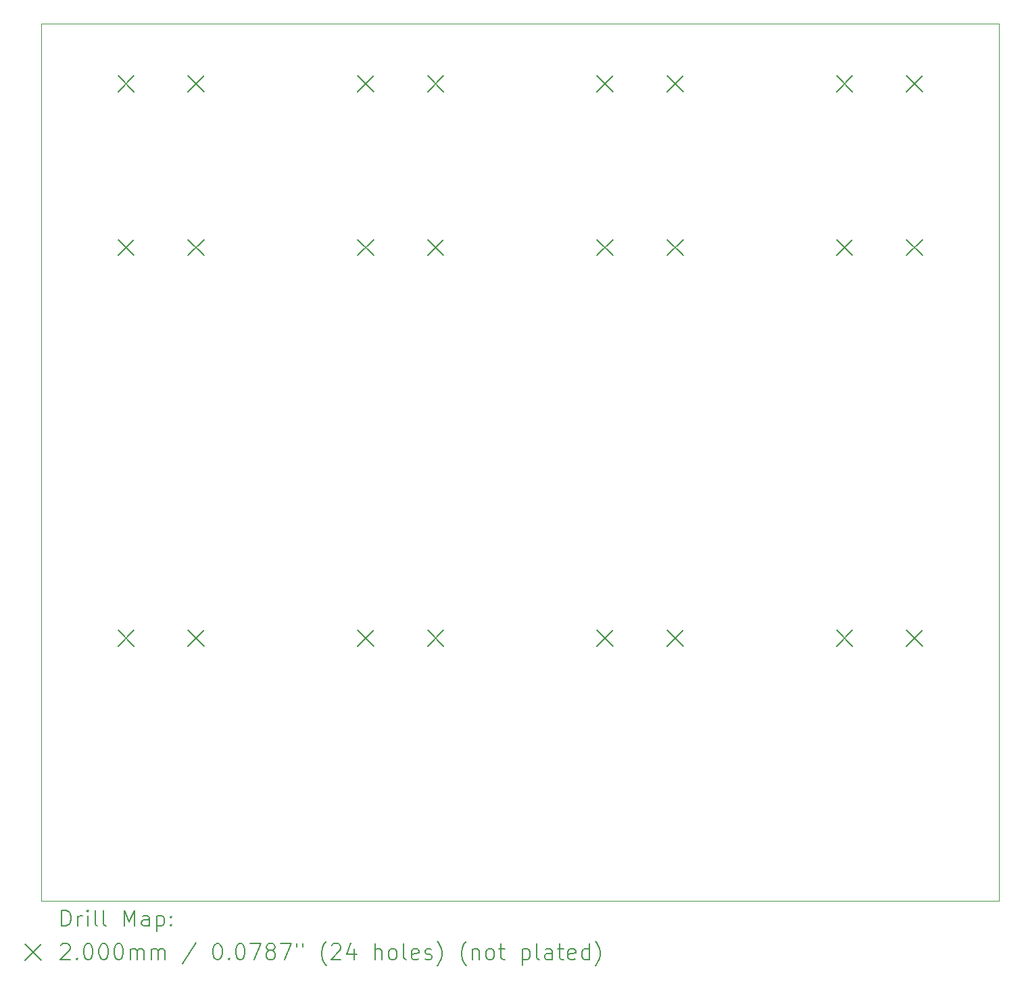
<source format=gbr>
%FSLAX45Y45*%
G04 Gerber Fmt 4.5, Leading zero omitted, Abs format (unit mm)*
G04 Created by KiCad (PCBNEW (6.0.1)) date 2022-02-10 17:18:12*
%MOMM*%
%LPD*%
G01*
G04 APERTURE LIST*
%TA.AperFunction,Profile*%
%ADD10C,0.050000*%
%TD*%
%ADD11C,0.200000*%
G04 APERTURE END LIST*
D10*
X7350000Y-3100000D02*
X19350000Y-3100000D01*
X19350000Y-3100000D02*
X19350000Y-14100000D01*
X7350000Y-3100000D02*
X7350000Y-14100000D01*
X7350000Y-14100000D02*
X19350000Y-14100000D01*
D11*
X8310000Y-3755000D02*
X8510000Y-3955000D01*
X8510000Y-3755000D02*
X8310000Y-3955000D01*
X8310000Y-5805000D02*
X8510000Y-6005000D01*
X8510000Y-5805000D02*
X8310000Y-6005000D01*
X8310000Y-10705000D02*
X8510000Y-10905000D01*
X8510000Y-10705000D02*
X8310000Y-10905000D01*
X9190000Y-3755000D02*
X9390000Y-3955000D01*
X9390000Y-3755000D02*
X9190000Y-3955000D01*
X9190000Y-5805000D02*
X9390000Y-6005000D01*
X9390000Y-5805000D02*
X9190000Y-6005000D01*
X9190000Y-10705000D02*
X9390000Y-10905000D01*
X9390000Y-10705000D02*
X9190000Y-10905000D01*
X11310000Y-3755000D02*
X11510000Y-3955000D01*
X11510000Y-3755000D02*
X11310000Y-3955000D01*
X11310000Y-5805000D02*
X11510000Y-6005000D01*
X11510000Y-5805000D02*
X11310000Y-6005000D01*
X11310000Y-10705000D02*
X11510000Y-10905000D01*
X11510000Y-10705000D02*
X11310000Y-10905000D01*
X12190000Y-3755000D02*
X12390000Y-3955000D01*
X12390000Y-3755000D02*
X12190000Y-3955000D01*
X12190000Y-5805000D02*
X12390000Y-6005000D01*
X12390000Y-5805000D02*
X12190000Y-6005000D01*
X12190000Y-10705000D02*
X12390000Y-10905000D01*
X12390000Y-10705000D02*
X12190000Y-10905000D01*
X14310000Y-3755000D02*
X14510000Y-3955000D01*
X14510000Y-3755000D02*
X14310000Y-3955000D01*
X14310000Y-5805000D02*
X14510000Y-6005000D01*
X14510000Y-5805000D02*
X14310000Y-6005000D01*
X14310000Y-10705000D02*
X14510000Y-10905000D01*
X14510000Y-10705000D02*
X14310000Y-10905000D01*
X15190000Y-3755000D02*
X15390000Y-3955000D01*
X15390000Y-3755000D02*
X15190000Y-3955000D01*
X15190000Y-5805000D02*
X15390000Y-6005000D01*
X15390000Y-5805000D02*
X15190000Y-6005000D01*
X15190000Y-10705000D02*
X15390000Y-10905000D01*
X15390000Y-10705000D02*
X15190000Y-10905000D01*
X17310000Y-3755000D02*
X17510000Y-3955000D01*
X17510000Y-3755000D02*
X17310000Y-3955000D01*
X17310000Y-5805000D02*
X17510000Y-6005000D01*
X17510000Y-5805000D02*
X17310000Y-6005000D01*
X17310000Y-10705000D02*
X17510000Y-10905000D01*
X17510000Y-10705000D02*
X17310000Y-10905000D01*
X18190000Y-3755000D02*
X18390000Y-3955000D01*
X18390000Y-3755000D02*
X18190000Y-3955000D01*
X18190000Y-5805000D02*
X18390000Y-6005000D01*
X18390000Y-5805000D02*
X18190000Y-6005000D01*
X18190000Y-10705000D02*
X18390000Y-10905000D01*
X18390000Y-10705000D02*
X18190000Y-10905000D01*
X7605119Y-14412976D02*
X7605119Y-14212976D01*
X7652738Y-14212976D01*
X7681309Y-14222500D01*
X7700357Y-14241548D01*
X7709881Y-14260595D01*
X7719405Y-14298690D01*
X7719405Y-14327262D01*
X7709881Y-14365357D01*
X7700357Y-14384405D01*
X7681309Y-14403452D01*
X7652738Y-14412976D01*
X7605119Y-14412976D01*
X7805119Y-14412976D02*
X7805119Y-14279643D01*
X7805119Y-14317738D02*
X7814643Y-14298690D01*
X7824167Y-14289167D01*
X7843214Y-14279643D01*
X7862262Y-14279643D01*
X7928928Y-14412976D02*
X7928928Y-14279643D01*
X7928928Y-14212976D02*
X7919405Y-14222500D01*
X7928928Y-14232024D01*
X7938452Y-14222500D01*
X7928928Y-14212976D01*
X7928928Y-14232024D01*
X8052738Y-14412976D02*
X8033690Y-14403452D01*
X8024167Y-14384405D01*
X8024167Y-14212976D01*
X8157500Y-14412976D02*
X8138452Y-14403452D01*
X8128928Y-14384405D01*
X8128928Y-14212976D01*
X8386071Y-14412976D02*
X8386071Y-14212976D01*
X8452738Y-14355833D01*
X8519405Y-14212976D01*
X8519405Y-14412976D01*
X8700357Y-14412976D02*
X8700357Y-14308214D01*
X8690833Y-14289167D01*
X8671786Y-14279643D01*
X8633690Y-14279643D01*
X8614643Y-14289167D01*
X8700357Y-14403452D02*
X8681310Y-14412976D01*
X8633690Y-14412976D01*
X8614643Y-14403452D01*
X8605119Y-14384405D01*
X8605119Y-14365357D01*
X8614643Y-14346309D01*
X8633690Y-14336786D01*
X8681310Y-14336786D01*
X8700357Y-14327262D01*
X8795595Y-14279643D02*
X8795595Y-14479643D01*
X8795595Y-14289167D02*
X8814643Y-14279643D01*
X8852738Y-14279643D01*
X8871786Y-14289167D01*
X8881310Y-14298690D01*
X8890833Y-14317738D01*
X8890833Y-14374881D01*
X8881310Y-14393928D01*
X8871786Y-14403452D01*
X8852738Y-14412976D01*
X8814643Y-14412976D01*
X8795595Y-14403452D01*
X8976548Y-14393928D02*
X8986071Y-14403452D01*
X8976548Y-14412976D01*
X8967024Y-14403452D01*
X8976548Y-14393928D01*
X8976548Y-14412976D01*
X8976548Y-14289167D02*
X8986071Y-14298690D01*
X8976548Y-14308214D01*
X8967024Y-14298690D01*
X8976548Y-14289167D01*
X8976548Y-14308214D01*
X7147500Y-14642500D02*
X7347500Y-14842500D01*
X7347500Y-14642500D02*
X7147500Y-14842500D01*
X7595595Y-14652024D02*
X7605119Y-14642500D01*
X7624167Y-14632976D01*
X7671786Y-14632976D01*
X7690833Y-14642500D01*
X7700357Y-14652024D01*
X7709881Y-14671071D01*
X7709881Y-14690119D01*
X7700357Y-14718690D01*
X7586071Y-14832976D01*
X7709881Y-14832976D01*
X7795595Y-14813928D02*
X7805119Y-14823452D01*
X7795595Y-14832976D01*
X7786071Y-14823452D01*
X7795595Y-14813928D01*
X7795595Y-14832976D01*
X7928928Y-14632976D02*
X7947976Y-14632976D01*
X7967024Y-14642500D01*
X7976548Y-14652024D01*
X7986071Y-14671071D01*
X7995595Y-14709167D01*
X7995595Y-14756786D01*
X7986071Y-14794881D01*
X7976548Y-14813928D01*
X7967024Y-14823452D01*
X7947976Y-14832976D01*
X7928928Y-14832976D01*
X7909881Y-14823452D01*
X7900357Y-14813928D01*
X7890833Y-14794881D01*
X7881309Y-14756786D01*
X7881309Y-14709167D01*
X7890833Y-14671071D01*
X7900357Y-14652024D01*
X7909881Y-14642500D01*
X7928928Y-14632976D01*
X8119405Y-14632976D02*
X8138452Y-14632976D01*
X8157500Y-14642500D01*
X8167024Y-14652024D01*
X8176548Y-14671071D01*
X8186071Y-14709167D01*
X8186071Y-14756786D01*
X8176548Y-14794881D01*
X8167024Y-14813928D01*
X8157500Y-14823452D01*
X8138452Y-14832976D01*
X8119405Y-14832976D01*
X8100357Y-14823452D01*
X8090833Y-14813928D01*
X8081309Y-14794881D01*
X8071786Y-14756786D01*
X8071786Y-14709167D01*
X8081309Y-14671071D01*
X8090833Y-14652024D01*
X8100357Y-14642500D01*
X8119405Y-14632976D01*
X8309881Y-14632976D02*
X8328928Y-14632976D01*
X8347976Y-14642500D01*
X8357500Y-14652024D01*
X8367024Y-14671071D01*
X8376548Y-14709167D01*
X8376548Y-14756786D01*
X8367024Y-14794881D01*
X8357500Y-14813928D01*
X8347976Y-14823452D01*
X8328928Y-14832976D01*
X8309881Y-14832976D01*
X8290833Y-14823452D01*
X8281309Y-14813928D01*
X8271786Y-14794881D01*
X8262262Y-14756786D01*
X8262262Y-14709167D01*
X8271786Y-14671071D01*
X8281309Y-14652024D01*
X8290833Y-14642500D01*
X8309881Y-14632976D01*
X8462262Y-14832976D02*
X8462262Y-14699643D01*
X8462262Y-14718690D02*
X8471786Y-14709167D01*
X8490833Y-14699643D01*
X8519405Y-14699643D01*
X8538452Y-14709167D01*
X8547976Y-14728214D01*
X8547976Y-14832976D01*
X8547976Y-14728214D02*
X8557500Y-14709167D01*
X8576548Y-14699643D01*
X8605119Y-14699643D01*
X8624167Y-14709167D01*
X8633690Y-14728214D01*
X8633690Y-14832976D01*
X8728929Y-14832976D02*
X8728929Y-14699643D01*
X8728929Y-14718690D02*
X8738452Y-14709167D01*
X8757500Y-14699643D01*
X8786071Y-14699643D01*
X8805119Y-14709167D01*
X8814643Y-14728214D01*
X8814643Y-14832976D01*
X8814643Y-14728214D02*
X8824167Y-14709167D01*
X8843214Y-14699643D01*
X8871786Y-14699643D01*
X8890833Y-14709167D01*
X8900357Y-14728214D01*
X8900357Y-14832976D01*
X9290833Y-14623452D02*
X9119405Y-14880595D01*
X9547976Y-14632976D02*
X9567024Y-14632976D01*
X9586071Y-14642500D01*
X9595595Y-14652024D01*
X9605119Y-14671071D01*
X9614643Y-14709167D01*
X9614643Y-14756786D01*
X9605119Y-14794881D01*
X9595595Y-14813928D01*
X9586071Y-14823452D01*
X9567024Y-14832976D01*
X9547976Y-14832976D01*
X9528929Y-14823452D01*
X9519405Y-14813928D01*
X9509881Y-14794881D01*
X9500357Y-14756786D01*
X9500357Y-14709167D01*
X9509881Y-14671071D01*
X9519405Y-14652024D01*
X9528929Y-14642500D01*
X9547976Y-14632976D01*
X9700357Y-14813928D02*
X9709881Y-14823452D01*
X9700357Y-14832976D01*
X9690833Y-14823452D01*
X9700357Y-14813928D01*
X9700357Y-14832976D01*
X9833690Y-14632976D02*
X9852738Y-14632976D01*
X9871786Y-14642500D01*
X9881310Y-14652024D01*
X9890833Y-14671071D01*
X9900357Y-14709167D01*
X9900357Y-14756786D01*
X9890833Y-14794881D01*
X9881310Y-14813928D01*
X9871786Y-14823452D01*
X9852738Y-14832976D01*
X9833690Y-14832976D01*
X9814643Y-14823452D01*
X9805119Y-14813928D01*
X9795595Y-14794881D01*
X9786071Y-14756786D01*
X9786071Y-14709167D01*
X9795595Y-14671071D01*
X9805119Y-14652024D01*
X9814643Y-14642500D01*
X9833690Y-14632976D01*
X9967024Y-14632976D02*
X10100357Y-14632976D01*
X10014643Y-14832976D01*
X10205119Y-14718690D02*
X10186071Y-14709167D01*
X10176548Y-14699643D01*
X10167024Y-14680595D01*
X10167024Y-14671071D01*
X10176548Y-14652024D01*
X10186071Y-14642500D01*
X10205119Y-14632976D01*
X10243214Y-14632976D01*
X10262262Y-14642500D01*
X10271786Y-14652024D01*
X10281310Y-14671071D01*
X10281310Y-14680595D01*
X10271786Y-14699643D01*
X10262262Y-14709167D01*
X10243214Y-14718690D01*
X10205119Y-14718690D01*
X10186071Y-14728214D01*
X10176548Y-14737738D01*
X10167024Y-14756786D01*
X10167024Y-14794881D01*
X10176548Y-14813928D01*
X10186071Y-14823452D01*
X10205119Y-14832976D01*
X10243214Y-14832976D01*
X10262262Y-14823452D01*
X10271786Y-14813928D01*
X10281310Y-14794881D01*
X10281310Y-14756786D01*
X10271786Y-14737738D01*
X10262262Y-14728214D01*
X10243214Y-14718690D01*
X10347976Y-14632976D02*
X10481310Y-14632976D01*
X10395595Y-14832976D01*
X10547976Y-14632976D02*
X10547976Y-14671071D01*
X10624167Y-14632976D02*
X10624167Y-14671071D01*
X10919405Y-14909167D02*
X10909881Y-14899643D01*
X10890833Y-14871071D01*
X10881310Y-14852024D01*
X10871786Y-14823452D01*
X10862262Y-14775833D01*
X10862262Y-14737738D01*
X10871786Y-14690119D01*
X10881310Y-14661548D01*
X10890833Y-14642500D01*
X10909881Y-14613928D01*
X10919405Y-14604405D01*
X10986071Y-14652024D02*
X10995595Y-14642500D01*
X11014643Y-14632976D01*
X11062262Y-14632976D01*
X11081310Y-14642500D01*
X11090833Y-14652024D01*
X11100357Y-14671071D01*
X11100357Y-14690119D01*
X11090833Y-14718690D01*
X10976548Y-14832976D01*
X11100357Y-14832976D01*
X11271786Y-14699643D02*
X11271786Y-14832976D01*
X11224167Y-14623452D02*
X11176548Y-14766309D01*
X11300357Y-14766309D01*
X11528928Y-14832976D02*
X11528928Y-14632976D01*
X11614643Y-14832976D02*
X11614643Y-14728214D01*
X11605119Y-14709167D01*
X11586071Y-14699643D01*
X11557500Y-14699643D01*
X11538452Y-14709167D01*
X11528928Y-14718690D01*
X11738452Y-14832976D02*
X11719405Y-14823452D01*
X11709881Y-14813928D01*
X11700357Y-14794881D01*
X11700357Y-14737738D01*
X11709881Y-14718690D01*
X11719405Y-14709167D01*
X11738452Y-14699643D01*
X11767024Y-14699643D01*
X11786071Y-14709167D01*
X11795595Y-14718690D01*
X11805119Y-14737738D01*
X11805119Y-14794881D01*
X11795595Y-14813928D01*
X11786071Y-14823452D01*
X11767024Y-14832976D01*
X11738452Y-14832976D01*
X11919405Y-14832976D02*
X11900357Y-14823452D01*
X11890833Y-14804405D01*
X11890833Y-14632976D01*
X12071786Y-14823452D02*
X12052738Y-14832976D01*
X12014643Y-14832976D01*
X11995595Y-14823452D01*
X11986071Y-14804405D01*
X11986071Y-14728214D01*
X11995595Y-14709167D01*
X12014643Y-14699643D01*
X12052738Y-14699643D01*
X12071786Y-14709167D01*
X12081309Y-14728214D01*
X12081309Y-14747262D01*
X11986071Y-14766309D01*
X12157500Y-14823452D02*
X12176548Y-14832976D01*
X12214643Y-14832976D01*
X12233690Y-14823452D01*
X12243214Y-14804405D01*
X12243214Y-14794881D01*
X12233690Y-14775833D01*
X12214643Y-14766309D01*
X12186071Y-14766309D01*
X12167024Y-14756786D01*
X12157500Y-14737738D01*
X12157500Y-14728214D01*
X12167024Y-14709167D01*
X12186071Y-14699643D01*
X12214643Y-14699643D01*
X12233690Y-14709167D01*
X12309881Y-14909167D02*
X12319405Y-14899643D01*
X12338452Y-14871071D01*
X12347976Y-14852024D01*
X12357500Y-14823452D01*
X12367024Y-14775833D01*
X12367024Y-14737738D01*
X12357500Y-14690119D01*
X12347976Y-14661548D01*
X12338452Y-14642500D01*
X12319405Y-14613928D01*
X12309881Y-14604405D01*
X12671786Y-14909167D02*
X12662262Y-14899643D01*
X12643214Y-14871071D01*
X12633690Y-14852024D01*
X12624167Y-14823452D01*
X12614643Y-14775833D01*
X12614643Y-14737738D01*
X12624167Y-14690119D01*
X12633690Y-14661548D01*
X12643214Y-14642500D01*
X12662262Y-14613928D01*
X12671786Y-14604405D01*
X12747976Y-14699643D02*
X12747976Y-14832976D01*
X12747976Y-14718690D02*
X12757500Y-14709167D01*
X12776548Y-14699643D01*
X12805119Y-14699643D01*
X12824167Y-14709167D01*
X12833690Y-14728214D01*
X12833690Y-14832976D01*
X12957500Y-14832976D02*
X12938452Y-14823452D01*
X12928928Y-14813928D01*
X12919405Y-14794881D01*
X12919405Y-14737738D01*
X12928928Y-14718690D01*
X12938452Y-14709167D01*
X12957500Y-14699643D01*
X12986071Y-14699643D01*
X13005119Y-14709167D01*
X13014643Y-14718690D01*
X13024167Y-14737738D01*
X13024167Y-14794881D01*
X13014643Y-14813928D01*
X13005119Y-14823452D01*
X12986071Y-14832976D01*
X12957500Y-14832976D01*
X13081309Y-14699643D02*
X13157500Y-14699643D01*
X13109881Y-14632976D02*
X13109881Y-14804405D01*
X13119405Y-14823452D01*
X13138452Y-14832976D01*
X13157500Y-14832976D01*
X13376548Y-14699643D02*
X13376548Y-14899643D01*
X13376548Y-14709167D02*
X13395595Y-14699643D01*
X13433690Y-14699643D01*
X13452738Y-14709167D01*
X13462262Y-14718690D01*
X13471786Y-14737738D01*
X13471786Y-14794881D01*
X13462262Y-14813928D01*
X13452738Y-14823452D01*
X13433690Y-14832976D01*
X13395595Y-14832976D01*
X13376548Y-14823452D01*
X13586071Y-14832976D02*
X13567024Y-14823452D01*
X13557500Y-14804405D01*
X13557500Y-14632976D01*
X13747976Y-14832976D02*
X13747976Y-14728214D01*
X13738452Y-14709167D01*
X13719405Y-14699643D01*
X13681309Y-14699643D01*
X13662262Y-14709167D01*
X13747976Y-14823452D02*
X13728928Y-14832976D01*
X13681309Y-14832976D01*
X13662262Y-14823452D01*
X13652738Y-14804405D01*
X13652738Y-14785357D01*
X13662262Y-14766309D01*
X13681309Y-14756786D01*
X13728928Y-14756786D01*
X13747976Y-14747262D01*
X13814643Y-14699643D02*
X13890833Y-14699643D01*
X13843214Y-14632976D02*
X13843214Y-14804405D01*
X13852738Y-14823452D01*
X13871786Y-14832976D01*
X13890833Y-14832976D01*
X14033690Y-14823452D02*
X14014643Y-14832976D01*
X13976548Y-14832976D01*
X13957500Y-14823452D01*
X13947976Y-14804405D01*
X13947976Y-14728214D01*
X13957500Y-14709167D01*
X13976548Y-14699643D01*
X14014643Y-14699643D01*
X14033690Y-14709167D01*
X14043214Y-14728214D01*
X14043214Y-14747262D01*
X13947976Y-14766309D01*
X14214643Y-14832976D02*
X14214643Y-14632976D01*
X14214643Y-14823452D02*
X14195595Y-14832976D01*
X14157500Y-14832976D01*
X14138452Y-14823452D01*
X14128928Y-14813928D01*
X14119405Y-14794881D01*
X14119405Y-14737738D01*
X14128928Y-14718690D01*
X14138452Y-14709167D01*
X14157500Y-14699643D01*
X14195595Y-14699643D01*
X14214643Y-14709167D01*
X14290833Y-14909167D02*
X14300357Y-14899643D01*
X14319405Y-14871071D01*
X14328928Y-14852024D01*
X14338452Y-14823452D01*
X14347976Y-14775833D01*
X14347976Y-14737738D01*
X14338452Y-14690119D01*
X14328928Y-14661548D01*
X14319405Y-14642500D01*
X14300357Y-14613928D01*
X14290833Y-14604405D01*
M02*

</source>
